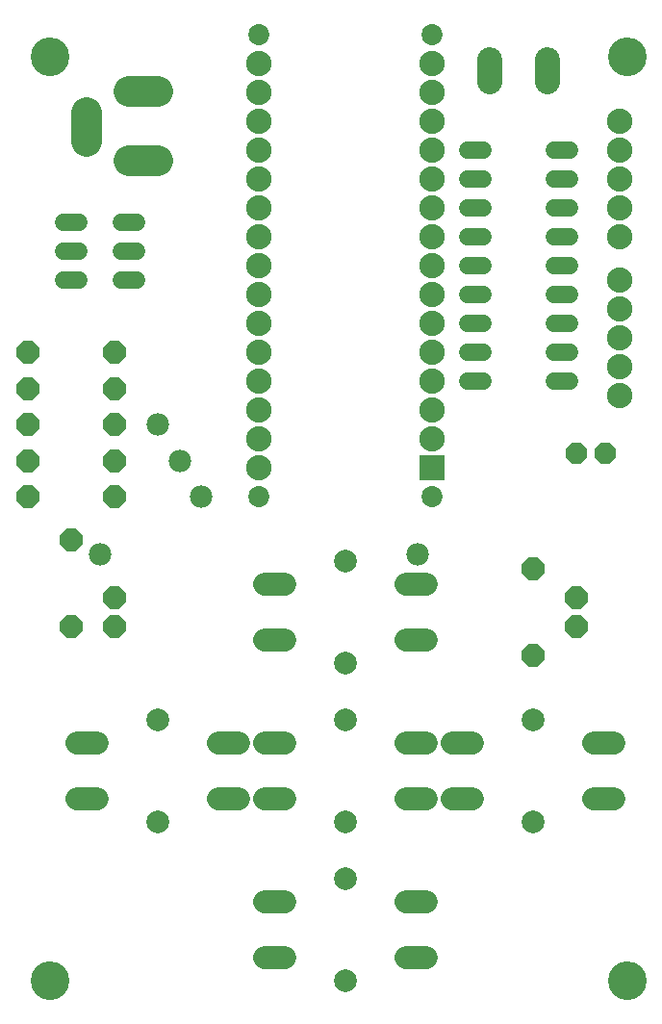
<source format=gbr>
G04 EAGLE Gerber RS-274X export*
G75*
%MOMM*%
%FSLAX34Y34*%
%LPD*%
%INSoldermask Bottom*%
%IPPOS*%
%AMOC8*
5,1,8,0,0,1.08239X$1,22.5*%
G01*
%ADD10P,1.979475X8X202.500000*%
%ADD11P,2.006968X8X202.500000*%
%ADD12C,1.524000*%
%ADD13P,2.144431X8X112.500000*%
%ADD14R,2.235200X2.235200*%
%ADD15C,2.235200*%
%ADD16C,1.854200*%
%ADD17P,2.144431X8X22.500000*%
%ADD18C,1.993900*%
%ADD19C,2.006600*%
%ADD20C,2.703200*%
%ADD21C,3.403200*%
%ADD22C,2.184400*%
%ADD23C,1.981200*%


D10*
X533400Y508000D03*
D11*
X508000Y508000D03*
D12*
X425704Y774700D02*
X412496Y774700D01*
X412496Y749300D02*
X425704Y749300D01*
X425704Y622300D02*
X412496Y622300D01*
X412496Y596900D02*
X425704Y596900D01*
X425704Y723900D02*
X412496Y723900D01*
X412496Y698500D02*
X425704Y698500D01*
X425704Y647700D02*
X412496Y647700D01*
X412496Y673100D02*
X425704Y673100D01*
X425704Y571500D02*
X412496Y571500D01*
X488696Y571500D02*
X501904Y571500D01*
X501904Y596900D02*
X488696Y596900D01*
X488696Y622300D02*
X501904Y622300D01*
X501904Y647700D02*
X488696Y647700D01*
X488696Y673100D02*
X501904Y673100D01*
X501904Y698500D02*
X488696Y698500D01*
X488696Y723900D02*
X501904Y723900D01*
X501904Y749300D02*
X488696Y749300D01*
X488696Y774700D02*
X501904Y774700D01*
D13*
X101600Y355600D03*
X101600Y381000D03*
X508000Y355600D03*
X508000Y381000D03*
D14*
X381000Y495300D03*
D15*
X381000Y520700D03*
X381000Y546100D03*
X381000Y571500D03*
X381000Y596900D03*
X381000Y622300D03*
X381000Y647700D03*
X381000Y673100D03*
X381000Y698500D03*
X381000Y723900D03*
X381000Y749300D03*
X381000Y774700D03*
X228600Y495300D03*
X228600Y520700D03*
X228600Y546100D03*
X228600Y571500D03*
X228600Y596900D03*
X228600Y622300D03*
X228600Y673100D03*
X228600Y698500D03*
X228600Y749300D03*
X228600Y774700D03*
X228600Y723900D03*
X228600Y647700D03*
X381000Y800100D03*
X381000Y825500D03*
X381000Y850900D03*
X228600Y800100D03*
X228600Y825500D03*
X228600Y850900D03*
D16*
X381000Y876300D03*
X228600Y876300D03*
X228600Y469900D03*
X381000Y469900D03*
D17*
X25400Y533400D03*
X101600Y533400D03*
D13*
X63500Y355600D03*
X63500Y431800D03*
X469900Y330200D03*
X469900Y406400D03*
D17*
X25400Y596900D03*
X101600Y596900D03*
X25400Y501650D03*
X101600Y501650D03*
X25400Y565150D03*
X101600Y565150D03*
X25400Y469900D03*
X101600Y469900D03*
D18*
X358331Y253492D02*
X376238Y253492D01*
X251270Y253492D02*
X233363Y253492D01*
X358331Y203708D02*
X376238Y203708D01*
X251270Y203708D02*
X233363Y203708D01*
D19*
X304800Y273558D03*
X304800Y183642D03*
D18*
X251270Y64008D02*
X233363Y64008D01*
X358331Y64008D02*
X376238Y64008D01*
X251270Y113792D02*
X233363Y113792D01*
X358331Y113792D02*
X376238Y113792D01*
D19*
X304800Y43942D03*
X304800Y133858D03*
D18*
X358331Y393192D02*
X376238Y393192D01*
X251270Y393192D02*
X233363Y393192D01*
X358331Y343408D02*
X376238Y343408D01*
X251270Y343408D02*
X233363Y343408D01*
D19*
X304800Y413258D03*
X304800Y323342D03*
D18*
X211138Y253492D02*
X193231Y253492D01*
X86170Y253492D02*
X68263Y253492D01*
X193231Y203708D02*
X211138Y203708D01*
X86170Y203708D02*
X68263Y203708D01*
D19*
X139700Y273558D03*
X139700Y183642D03*
D18*
X523431Y253492D02*
X541338Y253492D01*
X416370Y253492D02*
X398463Y253492D01*
X523431Y203708D02*
X541338Y203708D01*
X416370Y203708D02*
X398463Y203708D01*
D19*
X469900Y273558D03*
X469900Y183642D03*
D15*
X546100Y800100D03*
X546100Y774700D03*
X546100Y749300D03*
X546100Y723900D03*
X546100Y698500D03*
X546100Y660400D03*
X546100Y635000D03*
X546100Y609600D03*
X546100Y584200D03*
X546100Y558800D03*
D20*
X139500Y826700D02*
X114500Y826700D01*
X114500Y765200D02*
X139500Y765200D01*
X77000Y782700D02*
X77000Y807700D01*
D21*
X44450Y44450D03*
X552450Y44450D03*
X552450Y857250D03*
X44450Y857250D03*
D22*
X432054Y854456D02*
X432054Y834644D01*
X482346Y834644D02*
X482346Y854456D01*
D12*
X70104Y685800D02*
X56896Y685800D01*
X56896Y660400D02*
X70104Y660400D01*
X70104Y711200D02*
X56896Y711200D01*
X107696Y660400D02*
X120904Y660400D01*
X120904Y685800D02*
X107696Y685800D01*
X107696Y711200D02*
X120904Y711200D01*
D23*
X139700Y533400D03*
X177800Y469900D03*
X158750Y501650D03*
X88900Y419100D03*
X368300Y419100D03*
M02*

</source>
